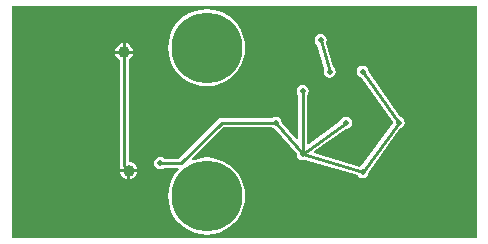
<source format=gbl>
%FSLAX23Y23*%
%MOIN*%
G70*
G01*
G75*
G04 Layer_Physical_Order=2*
G04 Layer_Color=16711680*
%ADD10R,0.118X0.039*%
%ADD11R,0.118X0.059*%
%ADD12R,0.035X0.031*%
%ADD13C,0.010*%
%ADD14C,0.020*%
%ADD15C,0.039*%
%ADD16C,0.236*%
G36*
X1565Y15D02*
X15D01*
Y790D01*
X1565D01*
Y15D01*
D02*
G37*
%LPC*%
G36*
X419Y630D02*
X361D01*
X361Y627D01*
X364Y620D01*
X369Y614D01*
X375Y609D01*
Y255D01*
X376Y249D01*
X376Y248D01*
X376Y248D01*
X376Y245D01*
X434D01*
X434Y248D01*
X431Y255D01*
X426Y261D01*
X420Y266D01*
X413Y269D01*
X405Y270D01*
Y609D01*
X411Y614D01*
X416Y620D01*
X419Y627D01*
X419Y630D01*
D02*
G37*
G36*
X434Y235D02*
X410D01*
Y211D01*
X413Y211D01*
X420Y214D01*
X426Y219D01*
X431Y225D01*
X434Y232D01*
X434Y235D01*
D02*
G37*
G36*
X400D02*
X376D01*
X376Y232D01*
X379Y225D01*
X384Y219D01*
X390Y214D01*
X397Y211D01*
X400Y211D01*
Y235D01*
D02*
G37*
G36*
X1185Y590D02*
X1177Y589D01*
X1171Y584D01*
X1166Y578D01*
X1165Y570D01*
X1166Y562D01*
X1171Y556D01*
X1177Y551D01*
X1180Y551D01*
X1285Y402D01*
X1285Y400D01*
X1285Y399D01*
X1180Y254D01*
X1177Y254D01*
X1177Y253D01*
X1024Y299D01*
X1024Y304D01*
X1129Y380D01*
X1130Y380D01*
X1138Y381D01*
X1144Y386D01*
X1149Y392D01*
X1150Y400D01*
X1149Y408D01*
X1144Y414D01*
X1138Y419D01*
X1130Y420D01*
X1122Y419D01*
X1116Y414D01*
X1111Y408D01*
X1111Y405D01*
X1005Y328D01*
X1000Y330D01*
Y492D01*
X1004Y497D01*
X1005Y505D01*
X1004Y513D01*
X999Y519D01*
X993Y524D01*
X985Y525D01*
X977Y524D01*
X971Y519D01*
X966Y513D01*
X965Y505D01*
X966Y497D01*
X970Y492D01*
Y344D01*
X965Y342D01*
X915Y400D01*
X915Y400D01*
X914Y408D01*
X909Y414D01*
X903Y419D01*
X895Y420D01*
X887Y419D01*
X882Y415D01*
X715D01*
X709Y414D01*
X704Y411D01*
X574Y280D01*
X523D01*
X518Y284D01*
X510Y285D01*
X502Y284D01*
X496Y279D01*
X491Y273D01*
X490Y265D01*
X491Y257D01*
X496Y251D01*
X502Y246D01*
X510Y245D01*
X518Y246D01*
X523Y250D01*
X571D01*
X574Y245D01*
X561Y231D01*
X550Y213D01*
X543Y195D01*
X538Y175D01*
X536Y155D01*
X538Y135D01*
X543Y115D01*
X550Y97D01*
X561Y79D01*
X574Y64D01*
X589Y51D01*
X607Y41D01*
X625Y33D01*
X645Y28D01*
X665Y26D01*
X685Y28D01*
X705Y33D01*
X723Y41D01*
X741Y51D01*
X756Y64D01*
X769Y79D01*
X780Y97D01*
X787Y115D01*
X792Y135D01*
X794Y155D01*
X792Y175D01*
X787Y195D01*
X780Y213D01*
X769Y231D01*
X756Y246D01*
X741Y259D01*
X723Y269D01*
X705Y277D01*
X685Y282D01*
X665Y284D01*
X645Y282D01*
X625Y277D01*
X618Y274D01*
X615Y278D01*
X721Y385D01*
X882D01*
X887Y381D01*
X892Y380D01*
X965Y295D01*
X965Y295D01*
X966Y287D01*
X971Y281D01*
X977Y276D01*
X985Y275D01*
X993Y276D01*
X993Y277D01*
X1168Y224D01*
X1171Y221D01*
X1177Y216D01*
X1185Y215D01*
X1193Y216D01*
X1199Y221D01*
X1204Y227D01*
X1205Y235D01*
X1205Y236D01*
X1310Y381D01*
X1313Y381D01*
X1319Y386D01*
X1324Y392D01*
X1325Y400D01*
X1324Y408D01*
X1319Y414D01*
X1313Y419D01*
X1310Y419D01*
X1205Y568D01*
X1205Y570D01*
X1204Y578D01*
X1199Y584D01*
X1193Y589D01*
X1185Y590D01*
D02*
G37*
G36*
X385Y664D02*
X382Y664D01*
X375Y661D01*
X369Y656D01*
X364Y650D01*
X361Y643D01*
X361Y640D01*
X385D01*
Y664D01*
D02*
G37*
G36*
X395D02*
Y640D01*
X419D01*
X419Y643D01*
X416Y650D01*
X411Y656D01*
X405Y661D01*
X398Y664D01*
X395Y664D01*
D02*
G37*
G36*
X665Y779D02*
X645Y777D01*
X625Y772D01*
X607Y765D01*
X589Y754D01*
X574Y741D01*
X561Y726D01*
X550Y708D01*
X543Y690D01*
X538Y670D01*
X536Y650D01*
X538Y630D01*
X543Y610D01*
X550Y592D01*
X561Y574D01*
X574Y559D01*
X589Y546D01*
X607Y535D01*
X625Y528D01*
X645Y523D01*
X665Y521D01*
X685Y523D01*
X705Y528D01*
X723Y535D01*
X741Y546D01*
X756Y559D01*
X769Y574D01*
X780Y592D01*
X787Y610D01*
X792Y630D01*
X794Y650D01*
X792Y670D01*
X787Y690D01*
X780Y708D01*
X769Y726D01*
X756Y741D01*
X741Y754D01*
X723Y765D01*
X705Y772D01*
X685Y777D01*
X665Y779D01*
D02*
G37*
G36*
X1045Y695D02*
X1037Y694D01*
X1031Y689D01*
X1026Y683D01*
X1025Y675D01*
X1026Y667D01*
X1031Y661D01*
X1034Y659D01*
X1057Y578D01*
X1056Y578D01*
X1055Y570D01*
X1056Y562D01*
X1061Y556D01*
X1067Y551D01*
X1075Y550D01*
X1083Y551D01*
X1089Y556D01*
X1094Y562D01*
X1095Y570D01*
X1094Y578D01*
X1089Y584D01*
X1086Y586D01*
X1063Y667D01*
X1064Y667D01*
X1065Y675D01*
X1064Y683D01*
X1059Y689D01*
X1053Y694D01*
X1045Y695D01*
D02*
G37*
%LPD*%
D13*
X390Y255D02*
Y635D01*
Y255D02*
X405Y240D01*
X510Y265D02*
X580D01*
X715Y400D01*
X895D01*
X985Y295D01*
X1185Y235D01*
X1305Y400D01*
X1185Y570D02*
X1305Y400D01*
X985Y295D02*
X1130Y400D01*
X985Y295D02*
Y505D01*
X1045Y675D02*
X1075Y570D01*
D14*
D03*
X895Y400D02*
D03*
X985Y505D02*
D03*
Y295D02*
D03*
X1185Y235D02*
D03*
X1130Y400D02*
D03*
X1305D02*
D03*
X1185Y570D02*
D03*
X1045Y675D02*
D03*
X510Y265D02*
D03*
D15*
X405Y240D02*
D03*
X390Y635D02*
D03*
X754Y650D02*
D03*
X728Y587D02*
D03*
X665Y561D02*
D03*
X602Y587D02*
D03*
X576Y650D02*
D03*
X665Y739D02*
D03*
X728Y713D02*
D03*
X602D02*
D03*
Y218D02*
D03*
X728D02*
D03*
X665Y244D02*
D03*
X576Y155D02*
D03*
X602Y92D02*
D03*
X665Y66D02*
D03*
X728Y92D02*
D03*
X754Y155D02*
D03*
D16*
X665Y650D02*
D03*
Y155D02*
D03*
M02*

</source>
